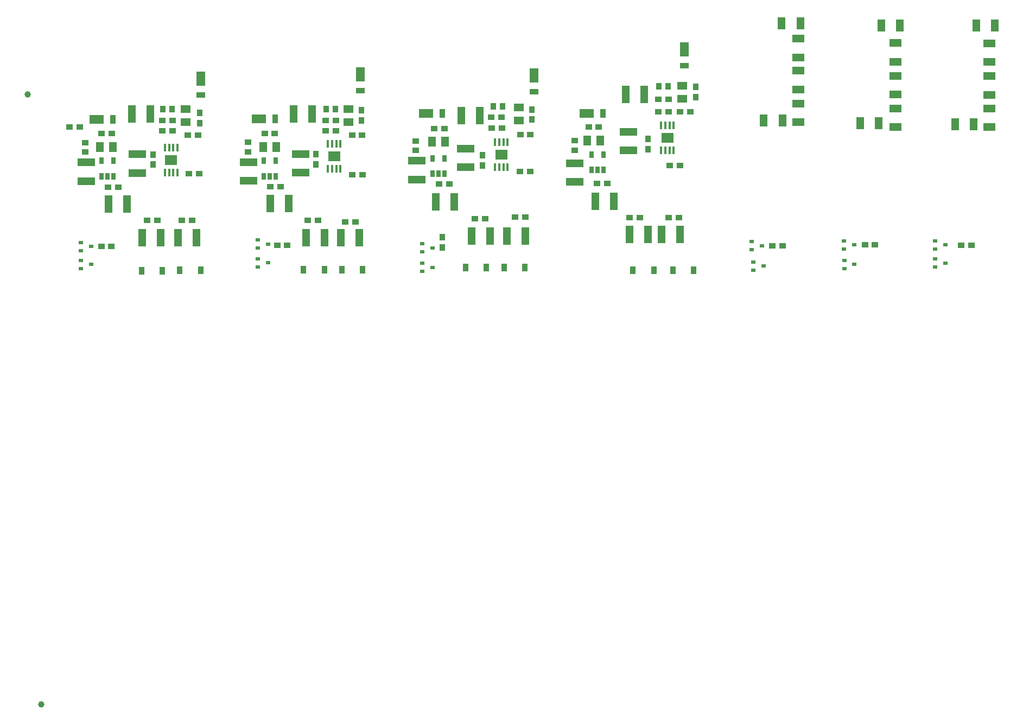
<source format=gbr>
%TF.GenerationSoftware,KiCad,Pcbnew,(5.99.0-10177-gd878cbddbc)*%
%TF.CreationDate,2021-05-14T22:26:15+02:00*%
%TF.ProjectId,PowerMeterDeng,506f7765-724d-4657-9465-7244656e672e,rev?*%
%TF.SameCoordinates,Original*%
%TF.FileFunction,Paste,Bot*%
%TF.FilePolarity,Positive*%
%FSLAX46Y46*%
G04 Gerber Fmt 4.6, Leading zero omitted, Abs format (unit mm)*
G04 Created by KiCad (PCBNEW (5.99.0-10177-gd878cbddbc)) date 2021-05-14 22:26:15*
%MOMM*%
%LPD*%
G01*
G04 APERTURE LIST*
%ADD10R,1.828800X1.295400*%
%ADD11R,0.990600X0.939800*%
%ADD12R,1.295400X1.828800*%
%ADD13R,0.914400X1.219200*%
%ADD14R,0.787400X0.584200*%
%ADD15R,2.692400X1.295400*%
%ADD16R,1.600200X1.270000*%
%ADD17R,1.295400X2.692400*%
%ADD18R,0.635000X1.092200*%
%ADD19R,1.397000X2.184400*%
%ADD20R,1.397000X0.889000*%
%ADD21R,2.184400X1.397000*%
%ADD22R,0.889000X1.397000*%
%ADD23R,0.939800X0.990600*%
%ADD24R,1.270000X1.600200*%
%ADD25R,0.381000X1.270000*%
%ADD26R,1.905000X1.524000*%
%ADD27C,0.990600*%
G04 APERTURE END LIST*
D10*
%TO.C,R67*%
X201101800Y-24841200D03*
X201101800Y-27736800D03*
%TD*%
%TO.C,R90*%
X230870600Y-25577800D03*
X230870600Y-28473400D03*
%TD*%
D11*
%TO.C,C150*%
X93380400Y-48006000D03*
X94955200Y-48006000D03*
%TD*%
D12*
%TO.C,FB9*%
X198485600Y-22402800D03*
X201381200Y-22402800D03*
%TD*%
D13*
%TO.C,D39*%
X123885800Y-60883800D03*
X127137000Y-60883800D03*
%TD*%
D14*
%TO.C,D19*%
X194091400Y-60934600D03*
X194091400Y-59664600D03*
X195666200Y-60299600D03*
%TD*%
D11*
%TO.C,C120*%
X144307400Y-38862000D03*
X145882200Y-38862000D03*
%TD*%
%TO.C,C125*%
X130388200Y-53441600D03*
X131963000Y-53441600D03*
%TD*%
%TO.C,R104*%
X103464200Y-37592000D03*
X101889400Y-37592000D03*
%TD*%
%TO.C,R101*%
X133019800Y-39878000D03*
X131445000Y-39878000D03*
%TD*%
D15*
%TO.C,C121*%
X141538800Y-46786800D03*
X141538800Y-43891200D03*
%TD*%
D13*
%TO.C,D45*%
X98612800Y-61010800D03*
X101864000Y-61010800D03*
%TD*%
D12*
%TO.C,FB11*%
X214055800Y-22783800D03*
X216951400Y-22783800D03*
%TD*%
D14*
%TO.C,D35*%
X142427800Y-58115200D03*
X142427800Y-56845200D03*
X144002600Y-57480200D03*
%TD*%
D11*
%TO.C,R52*%
X197012400Y-57124600D03*
X198587200Y-57124600D03*
%TD*%
D16*
%TO.C,C126*%
X130921600Y-37820600D03*
X130921600Y-35788600D03*
%TD*%
D11*
%TO.C,R103*%
X107416600Y-39878000D03*
X105841800Y-39878000D03*
%TD*%
%TO.C,C109*%
X156880400Y-52705000D03*
X158455200Y-52705000D03*
%TD*%
%TO.C,C118*%
X145069400Y-47498000D03*
X146644200Y-47498000D03*
%TD*%
D10*
%TO.C,R81*%
X216265600Y-35712400D03*
X216265600Y-38608000D03*
%TD*%
D15*
%TO.C,C116*%
X149158800Y-41986200D03*
X149158800Y-44881800D03*
%TD*%
D10*
%TO.C,R91*%
X230921400Y-30683200D03*
X230921400Y-33578800D03*
%TD*%
D17*
%TO.C,C73*%
X179715000Y-55397400D03*
X182610600Y-55397400D03*
%TD*%
D11*
%TO.C,C136*%
X117815200Y-39624000D03*
X119390000Y-39624000D03*
%TD*%
D10*
%TO.C,R68*%
X201076400Y-29845000D03*
X201076400Y-32740600D03*
%TD*%
D11*
%TO.C,C134*%
X118704200Y-47955200D03*
X120279000Y-47955200D03*
%TD*%
D18*
%TO.C,U16*%
X170672600Y-45288200D03*
X169732800Y-45288200D03*
X168793000Y-45288200D03*
X168793000Y-42900600D03*
X170672600Y-42900600D03*
%TD*%
D17*
%TO.C,C82*%
X172323600Y-50190400D03*
X169428000Y-50190400D03*
%TD*%
D19*
%TO.C,D44*%
X107848400Y-31038800D03*
D20*
X107848400Y-33578800D03*
%TD*%
D11*
%TO.C,C140*%
X107594400Y-45872400D03*
X106019600Y-45872400D03*
%TD*%
%TO.C,C80*%
X174787400Y-52730400D03*
X176362200Y-52730400D03*
%TD*%
%TO.C,C74*%
X182585200Y-44602400D03*
X181010400Y-44602400D03*
%TD*%
D17*
%TO.C,C131*%
X122361800Y-36550600D03*
X125257400Y-36550600D03*
%TD*%
D15*
%TO.C,C153*%
X89976800Y-47040800D03*
X89976800Y-44145200D03*
%TD*%
D21*
%TO.C,D46*%
X91592400Y-37388800D03*
D22*
X94132400Y-37388800D03*
%TD*%
D17*
%TO.C,C128*%
X124266800Y-55854600D03*
X127162400Y-55854600D03*
%TD*%
D11*
%TO.C,C141*%
X104937400Y-53213000D03*
X106512200Y-53213000D03*
%TD*%
%TO.C,C127*%
X128915000Y-39217600D03*
X127340200Y-39217600D03*
%TD*%
D23*
%TO.C,C122*%
X132953600Y-36017200D03*
X132953600Y-37592000D03*
%TD*%
D16*
%TO.C,C142*%
X105470800Y-37846000D03*
X105470800Y-35814000D03*
%TD*%
D15*
%TO.C,C81*%
X174558800Y-39344600D03*
X174558800Y-42240200D03*
%TD*%
D17*
%TO.C,C147*%
X97129600Y-36576000D03*
X100025200Y-36576000D03*
%TD*%
D11*
%TO.C,R95*%
X180807200Y-34315400D03*
X179232400Y-34315400D03*
%TD*%
%TO.C,C152*%
X92364400Y-39624000D03*
X93939200Y-39624000D03*
%TD*%
D17*
%TO.C,C149*%
X96377600Y-50673000D03*
X93482000Y-50673000D03*
%TD*%
D24*
%TO.C,C119*%
X145983800Y-40894000D03*
X143951800Y-40894000D03*
%TD*%
D13*
%TO.C,D21*%
X181493000Y-60934600D03*
X184744200Y-60934600D03*
%TD*%
D14*
%TO.C,D41*%
X116748400Y-57531000D03*
X116748400Y-56261000D03*
X118323200Y-56896000D03*
%TD*%
D23*
%TO.C,C114*%
X151825800Y-44602400D03*
X151825800Y-43027600D03*
%TD*%
D12*
%TO.C,FB12*%
X228813200Y-22758400D03*
X231708800Y-22758400D03*
%TD*%
D17*
%TO.C,C123*%
X129727800Y-55854600D03*
X132623400Y-55854600D03*
%TD*%
D23*
%TO.C,FB17*%
X153502200Y-35433000D03*
X154975400Y-35433000D03*
%TD*%
D16*
%TO.C,C72*%
X182940800Y-34188400D03*
X182940800Y-32156400D03*
%TD*%
D14*
%TO.C,D18*%
X208188400Y-57632600D03*
X208188400Y-56362600D03*
X209763200Y-56997600D03*
%TD*%
D10*
%TO.C,R80*%
X216240200Y-30632400D03*
X216240200Y-33528000D03*
%TD*%
D24*
%TO.C,C84*%
X170164600Y-40741600D03*
X168132600Y-40741600D03*
%TD*%
D17*
%TO.C,C139*%
X104277000Y-55880000D03*
X107172600Y-55880000D03*
%TD*%
D23*
%TO.C,C78*%
X177606800Y-42087800D03*
X177606800Y-40513000D03*
%TD*%
D19*
%TO.C,D31*%
X159816800Y-30530800D03*
D20*
X159816800Y-33070800D03*
%TD*%
D14*
%TO.C,D16*%
X222412400Y-60477400D03*
X222412400Y-59207400D03*
X223987200Y-59842400D03*
%TD*%
D11*
%TO.C,C145*%
X99476400Y-53213000D03*
X101051200Y-53213000D03*
%TD*%
%TO.C,FB20*%
X115199000Y-42494200D03*
X115199000Y-41021000D03*
%TD*%
D21*
%TO.C,D24*%
X168056400Y-36474400D03*
D22*
X170596400Y-36474400D03*
%TD*%
D23*
%TO.C,FB21*%
X101940200Y-35814000D03*
X103413400Y-35814000D03*
%TD*%
D11*
%TO.C,FB18*%
X141411800Y-42265600D03*
X141411800Y-40792400D03*
%TD*%
D17*
%TO.C,C144*%
X98689000Y-55880000D03*
X101584600Y-55880000D03*
%TD*%
D18*
%TO.C,U20*%
X145907600Y-45897800D03*
X144967800Y-45897800D03*
X144028000Y-45897800D03*
X144028000Y-43510200D03*
X145907600Y-43510200D03*
%TD*%
D10*
%TO.C,R79*%
X216265600Y-25527000D03*
X216265600Y-28422600D03*
%TD*%
D11*
%TO.C,R105*%
X87401400Y-38608000D03*
X88976200Y-38608000D03*
%TD*%
%TO.C,C107*%
X159217200Y-45593000D03*
X157642400Y-45593000D03*
%TD*%
D10*
%TO.C,R69*%
X201076400Y-34950400D03*
X201076400Y-37846000D03*
%TD*%
D23*
%TO.C,FB19*%
X127391000Y-35788600D03*
X128864200Y-35788600D03*
%TD*%
D15*
%TO.C,C137*%
X115300600Y-47015400D03*
X115300600Y-44119800D03*
%TD*%
D13*
%TO.C,D32*%
X155153200Y-60579000D03*
X158404400Y-60579000D03*
%TD*%
%TO.C,D23*%
X175270000Y-60985400D03*
X178521200Y-60985400D03*
%TD*%
D11*
%TO.C,C129*%
X124546200Y-53187600D03*
X126121000Y-53187600D03*
%TD*%
D12*
%TO.C,R70*%
X198587200Y-37566600D03*
X195691600Y-37566600D03*
%TD*%
D11*
%TO.C,FB22*%
X89849800Y-42519600D03*
X89849800Y-41046400D03*
%TD*%
D14*
%TO.C,D17*%
X208264600Y-60706000D03*
X208264600Y-59436000D03*
X209839400Y-60071000D03*
%TD*%
D11*
%TO.C,C113*%
X150657400Y-52959000D03*
X152232200Y-52959000D03*
%TD*%
D17*
%TO.C,C115*%
X148473000Y-36855400D03*
X151368600Y-36855400D03*
%TD*%
D11*
%TO.C,C83*%
X169707400Y-47396400D03*
X171282200Y-47396400D03*
%TD*%
D23*
%TO.C,FB13*%
X179283200Y-32283400D03*
X180756400Y-32283400D03*
%TD*%
D21*
%TO.C,D34*%
X143002000Y-36525200D03*
D22*
X145542000Y-36525200D03*
%TD*%
D25*
%TO.C,U21*%
X127711200Y-41224200D03*
X128371600Y-41224200D03*
X129006600Y-41224200D03*
X129641600Y-41224200D03*
X129641600Y-45110400D03*
X129006600Y-45110400D03*
X128371600Y-45110400D03*
X127711200Y-45110400D03*
D26*
X128676400Y-43180000D03*
%TD*%
D18*
%TO.C,U22*%
X119542400Y-46278800D03*
X118602600Y-46278800D03*
X117662800Y-46278800D03*
X117662800Y-43891200D03*
X119542400Y-43891200D03*
%TD*%
D27*
%TO.C,FID5*%
X83007200Y-128727200D03*
%TD*%
D11*
%TO.C,C75*%
X180883400Y-52730400D03*
X182458200Y-52730400D03*
%TD*%
D13*
%TO.C,D37*%
X129880200Y-60858400D03*
X133131400Y-60858400D03*
%TD*%
D24*
%TO.C,C151*%
X94167800Y-41783000D03*
X92135800Y-41783000D03*
%TD*%
D11*
%TO.C,C111*%
X154848400Y-38785800D03*
X153273600Y-38785800D03*
%TD*%
D25*
%TO.C,U19*%
X153781600Y-40970200D03*
X154442000Y-40970200D03*
X155077000Y-40970200D03*
X155712000Y-40970200D03*
X155712000Y-44856400D03*
X155077000Y-44856400D03*
X154442000Y-44856400D03*
X153781600Y-44856400D03*
D26*
X154746800Y-42926000D03*
%TD*%
D25*
%TO.C,U23*%
X102260400Y-41833800D03*
X102920800Y-41833800D03*
X103555800Y-41833800D03*
X104190800Y-41833800D03*
X104190800Y-45720000D03*
X103555800Y-45720000D03*
X102920800Y-45720000D03*
X102260400Y-45720000D03*
D26*
X103225600Y-43789600D03*
%TD*%
D17*
%TO.C,C79*%
X174127000Y-33553400D03*
X177022600Y-33553400D03*
%TD*%
D11*
%TO.C,R102*%
X128915000Y-37566600D03*
X127340200Y-37566600D03*
%TD*%
D16*
%TO.C,C110*%
X157439200Y-37566600D03*
X157439200Y-35534600D03*
%TD*%
D23*
%TO.C,C138*%
X107696000Y-36423600D03*
X107696000Y-37998400D03*
%TD*%
D15*
%TO.C,C132*%
X123428600Y-42849800D03*
X123428600Y-45745400D03*
%TD*%
D19*
%TO.C,D38*%
X132791200Y-30378400D03*
D20*
X132791200Y-32918400D03*
%TD*%
D24*
%TO.C,C135*%
X119618600Y-41783000D03*
X117586600Y-41783000D03*
%TD*%
D23*
%TO.C,R47*%
X145577400Y-57378600D03*
X145577400Y-55803800D03*
%TD*%
D27*
%TO.C,FID6*%
X80832800Y-33528000D03*
%TD*%
D13*
%TO.C,D33*%
X149184200Y-60579000D03*
X152435400Y-60579000D03*
%TD*%
D17*
%TO.C,C77*%
X174762000Y-55397400D03*
X177657600Y-55397400D03*
%TD*%
D11*
%TO.C,R44*%
X119771000Y-57073800D03*
X121345800Y-57073800D03*
%TD*%
D19*
%TO.C,D22*%
X183337200Y-26517600D03*
D20*
X183337200Y-29057600D03*
%TD*%
D14*
%TO.C,D47*%
X89189400Y-57912000D03*
X89189400Y-56642000D03*
X90764200Y-57277000D03*
%TD*%
D23*
%TO.C,C106*%
X159496600Y-35864800D03*
X159496600Y-37439600D03*
%TD*%
D17*
%TO.C,C112*%
X150124000Y-55626000D03*
X153019600Y-55626000D03*
%TD*%
%TO.C,C108*%
X155585000Y-55626000D03*
X158480600Y-55626000D03*
%TD*%
%TO.C,C133*%
X121574400Y-50520600D03*
X118678800Y-50520600D03*
%TD*%
D25*
%TO.C,U15*%
X179689600Y-38328600D03*
X180350000Y-38328600D03*
X180985000Y-38328600D03*
X181620000Y-38328600D03*
X181620000Y-42214800D03*
X180985000Y-42214800D03*
X180350000Y-42214800D03*
X179689600Y-42214800D03*
D26*
X180654800Y-40284400D03*
%TD*%
D11*
%TO.C,C143*%
X103464200Y-39243000D03*
X101889400Y-39243000D03*
%TD*%
%TO.C,R99*%
X159268000Y-39827200D03*
X157693200Y-39827200D03*
%TD*%
D23*
%TO.C,C71*%
X185099800Y-32385000D03*
X185099800Y-33959800D03*
%TD*%
D14*
%TO.C,D20*%
X193837400Y-57759600D03*
X193837400Y-56489600D03*
X195412200Y-57124600D03*
%TD*%
D11*
%TO.C,C85*%
X168361200Y-38582600D03*
X169936000Y-38582600D03*
%TD*%
%TO.C,C124*%
X133070600Y-46024800D03*
X131495800Y-46024800D03*
%TD*%
D13*
%TO.C,D43*%
X104581800Y-60960000D03*
X107833000Y-60960000D03*
%TD*%
D14*
%TO.C,D15*%
X222412400Y-57658000D03*
X222412400Y-56388000D03*
X223987200Y-57023000D03*
%TD*%
%TO.C,D36*%
X142402400Y-61163200D03*
X142402400Y-59893200D03*
X143977200Y-60528200D03*
%TD*%
%TO.C,D42*%
X116748400Y-60452000D03*
X116748400Y-59182000D03*
X118323200Y-59817000D03*
%TD*%
D17*
%TO.C,C117*%
X147431600Y-50292000D03*
X144536000Y-50292000D03*
%TD*%
D18*
%TO.C,U24*%
X94218600Y-46278800D03*
X93278800Y-46278800D03*
X92339000Y-46278800D03*
X92339000Y-43891200D03*
X94218600Y-43891200D03*
%TD*%
D11*
%TO.C,C76*%
X179232400Y-36220400D03*
X180807200Y-36220400D03*
%TD*%
D15*
%TO.C,C86*%
X166176800Y-47193200D03*
X166176800Y-44297600D03*
%TD*%
D23*
%TO.C,C146*%
X100390800Y-44475400D03*
X100390800Y-42900600D03*
%TD*%
D11*
%TO.C,R97*%
X211465000Y-57023000D03*
X213039800Y-57023000D03*
%TD*%
D10*
%TO.C,R92*%
X230921400Y-35712400D03*
X230921400Y-38608000D03*
%TD*%
D11*
%TO.C,R107*%
X226476400Y-57048400D03*
X228051200Y-57048400D03*
%TD*%
D15*
%TO.C,C148*%
X97977800Y-42875200D03*
X97977800Y-45770800D03*
%TD*%
D11*
%TO.C,R100*%
X154746800Y-37058600D03*
X153172000Y-37058600D03*
%TD*%
D12*
%TO.C,R93*%
X228422200Y-38201600D03*
X225526600Y-38201600D03*
%TD*%
D14*
%TO.C,D48*%
X89189400Y-60706000D03*
X89189400Y-59436000D03*
X90764200Y-60071000D03*
%TD*%
D21*
%TO.C,D40*%
X116890800Y-37338000D03*
D22*
X119430800Y-37338000D03*
%TD*%
D11*
%TO.C,R94*%
X184236200Y-36220400D03*
X182661400Y-36220400D03*
%TD*%
%TO.C,R39*%
X92339000Y-57251600D03*
X93913800Y-57251600D03*
%TD*%
%TO.C,FB14*%
X166227600Y-42240200D03*
X166227600Y-40767000D03*
%TD*%
D23*
%TO.C,C130*%
X125841600Y-44450000D03*
X125841600Y-42875200D03*
%TD*%
D12*
%TO.C,R82*%
X213624000Y-37998400D03*
X210728400Y-37998400D03*
%TD*%
M02*

</source>
